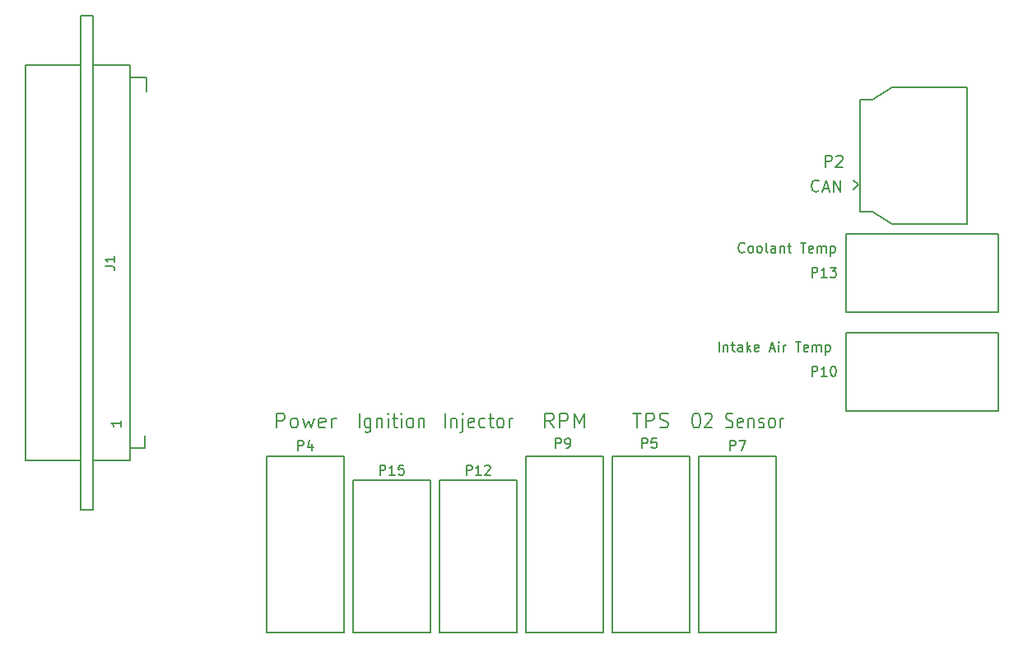
<source format=gto>
G04 #@! TF.FileFunction,Legend,Top*
%FSLAX46Y46*%
G04 Gerber Fmt 4.6, Leading zero omitted, Abs format (unit mm)*
G04 Created by KiCad (PCBNEW 4.0.5+dfsg1-4) date Mon Mar  6 16:22:21 2017*
%MOMM*%
%LPD*%
G01*
G04 APERTURE LIST*
%ADD10C,0.090000*%
%ADD11C,0.150000*%
%ADD12C,0.200000*%
G04 APERTURE END LIST*
D10*
D11*
X175006000Y-35814000D02*
X176657000Y-35814000D01*
X176657000Y-35814000D02*
X176657000Y-37211000D01*
X175006000Y-73914000D02*
X176530000Y-73914000D01*
X176530000Y-73914000D02*
X176530000Y-72644000D01*
X175006000Y-34544000D02*
X175006000Y-75184000D01*
X175006000Y-75184000D02*
X171196000Y-75184000D01*
X171196000Y-75184000D02*
X171196000Y-34544000D01*
X171196000Y-34544000D02*
X175006000Y-34544000D01*
X171196000Y-75184000D02*
X171196000Y-80264000D01*
X171196000Y-80264000D02*
X169926000Y-80264000D01*
X169926000Y-80264000D02*
X169926000Y-29464000D01*
X169926000Y-29464000D02*
X171196000Y-29464000D01*
X171196000Y-29464000D02*
X171196000Y-34544000D01*
X169926000Y-75184000D02*
X164211000Y-75184000D01*
X164211000Y-75184000D02*
X164211000Y-34544000D01*
X164211000Y-34544000D02*
X169926000Y-34544000D01*
X249894340Y-46829986D02*
X249394340Y-46329986D01*
X249394340Y-47329986D02*
X249894340Y-46829986D01*
X253394340Y-50829986D02*
X261144340Y-50829986D01*
X251394340Y-49579986D02*
X253394340Y-50829986D01*
X250094340Y-49579986D02*
X251394340Y-49579986D01*
X250094340Y-38079986D02*
X250094340Y-49579986D01*
X251394340Y-38079986D02*
X250094340Y-38079986D01*
X253394340Y-36829986D02*
X251394340Y-38079986D01*
X261144340Y-36829986D02*
X253394340Y-36829986D01*
X261144340Y-50829986D02*
X261144340Y-36829986D01*
X189050000Y-92860000D02*
X197050000Y-92860000D01*
X189050000Y-74700000D02*
X197050000Y-74700000D01*
X197050000Y-74700000D02*
X197050000Y-92860000D01*
X189050000Y-74700000D02*
X189050000Y-92860000D01*
X233500000Y-92860000D02*
X241500000Y-92860000D01*
X233500000Y-74700000D02*
X241500000Y-74700000D01*
X241500000Y-74700000D02*
X241500000Y-92860000D01*
X233500000Y-74700000D02*
X233500000Y-92860000D01*
X206830000Y-92880000D02*
X214830000Y-92880000D01*
X206830000Y-77230000D02*
X214830000Y-77230000D01*
X214830000Y-77230000D02*
X214830000Y-92880000D01*
X206830000Y-77230000D02*
X206830000Y-92880000D01*
X197930000Y-92880000D02*
X205930000Y-92880000D01*
X197930000Y-77230000D02*
X205930000Y-77230000D01*
X205930000Y-77230000D02*
X205930000Y-92880000D01*
X197930000Y-77230000D02*
X197930000Y-92880000D01*
X224610000Y-92860000D02*
X232610000Y-92860000D01*
X224610000Y-74700000D02*
X232610000Y-74700000D01*
X232610000Y-74700000D02*
X232610000Y-92860000D01*
X224610000Y-74700000D02*
X224610000Y-92860000D01*
X215720000Y-92860000D02*
X223720000Y-92860000D01*
X215720000Y-74700000D02*
X223720000Y-74700000D01*
X223720000Y-74700000D02*
X223720000Y-92860000D01*
X215720000Y-74700000D02*
X215720000Y-92860000D01*
X264330000Y-70040000D02*
X264330000Y-62040000D01*
X248680000Y-70040000D02*
X248680000Y-62040000D01*
X248680000Y-62040000D02*
X264330000Y-62040000D01*
X248680000Y-70040000D02*
X264330000Y-70040000D01*
X264330000Y-59880000D02*
X264330000Y-51880000D01*
X248680000Y-59880000D02*
X248680000Y-51880000D01*
X248680000Y-51880000D02*
X264330000Y-51880000D01*
X248680000Y-59880000D02*
X264330000Y-59880000D01*
X172426381Y-55197333D02*
X173140667Y-55197333D01*
X173283524Y-55244953D01*
X173378762Y-55340191D01*
X173426381Y-55483048D01*
X173426381Y-55578286D01*
X173426381Y-54197333D02*
X173426381Y-54768762D01*
X173426381Y-54483048D02*
X172426381Y-54483048D01*
X172569238Y-54578286D01*
X172664476Y-54673524D01*
X172712095Y-54768762D01*
X174061381Y-71088285D02*
X174061381Y-71659714D01*
X174061381Y-71374000D02*
X173061381Y-71374000D01*
X173204238Y-71469238D01*
X173299476Y-71564476D01*
X173347095Y-71659714D01*
X246510286Y-44992857D02*
X246510286Y-43792857D01*
X246967429Y-43792857D01*
X247081715Y-43850000D01*
X247138858Y-43907143D01*
X247196001Y-44021429D01*
X247196001Y-44192857D01*
X247138858Y-44307143D01*
X247081715Y-44364286D01*
X246967429Y-44421429D01*
X246510286Y-44421429D01*
X247653143Y-43907143D02*
X247710286Y-43850000D01*
X247824572Y-43792857D01*
X248110286Y-43792857D01*
X248224572Y-43850000D01*
X248281715Y-43907143D01*
X248338858Y-44021429D01*
X248338858Y-44135714D01*
X248281715Y-44307143D01*
X247596001Y-44992857D01*
X248338858Y-44992857D01*
X245862572Y-47418571D02*
X245805429Y-47475714D01*
X245634000Y-47532857D01*
X245519714Y-47532857D01*
X245348286Y-47475714D01*
X245234000Y-47361429D01*
X245176857Y-47247143D01*
X245119714Y-47018571D01*
X245119714Y-46847143D01*
X245176857Y-46618571D01*
X245234000Y-46504286D01*
X245348286Y-46390000D01*
X245519714Y-46332857D01*
X245634000Y-46332857D01*
X245805429Y-46390000D01*
X245862572Y-46447143D01*
X246319714Y-47190000D02*
X246891143Y-47190000D01*
X246205429Y-47532857D02*
X246605429Y-46332857D01*
X247005429Y-47532857D01*
X247405428Y-47532857D02*
X247405428Y-46332857D01*
X248091143Y-47532857D01*
X248091143Y-46332857D01*
X192301905Y-74112381D02*
X192301905Y-73112381D01*
X192682858Y-73112381D01*
X192778096Y-73160000D01*
X192825715Y-73207619D01*
X192873334Y-73302857D01*
X192873334Y-73445714D01*
X192825715Y-73540952D01*
X192778096Y-73588571D01*
X192682858Y-73636190D01*
X192301905Y-73636190D01*
X193730477Y-73445714D02*
X193730477Y-74112381D01*
X193492381Y-73064762D02*
X193254286Y-73779048D01*
X193873334Y-73779048D01*
D12*
X190075715Y-71798571D02*
X190075715Y-70298571D01*
X190647143Y-70298571D01*
X190790001Y-70370000D01*
X190861429Y-70441429D01*
X190932858Y-70584286D01*
X190932858Y-70798571D01*
X190861429Y-70941429D01*
X190790001Y-71012857D01*
X190647143Y-71084286D01*
X190075715Y-71084286D01*
X191790001Y-71798571D02*
X191647143Y-71727143D01*
X191575715Y-71655714D01*
X191504286Y-71512857D01*
X191504286Y-71084286D01*
X191575715Y-70941429D01*
X191647143Y-70870000D01*
X191790001Y-70798571D01*
X192004286Y-70798571D01*
X192147143Y-70870000D01*
X192218572Y-70941429D01*
X192290001Y-71084286D01*
X192290001Y-71512857D01*
X192218572Y-71655714D01*
X192147143Y-71727143D01*
X192004286Y-71798571D01*
X191790001Y-71798571D01*
X192790001Y-70798571D02*
X193075715Y-71798571D01*
X193361429Y-71084286D01*
X193647144Y-71798571D01*
X193932858Y-70798571D01*
X195075715Y-71727143D02*
X194932858Y-71798571D01*
X194647144Y-71798571D01*
X194504287Y-71727143D01*
X194432858Y-71584286D01*
X194432858Y-71012857D01*
X194504287Y-70870000D01*
X194647144Y-70798571D01*
X194932858Y-70798571D01*
X195075715Y-70870000D01*
X195147144Y-71012857D01*
X195147144Y-71155714D01*
X194432858Y-71298571D01*
X195790001Y-71798571D02*
X195790001Y-70798571D01*
X195790001Y-71084286D02*
X195861429Y-70941429D01*
X195932858Y-70870000D01*
X196075715Y-70798571D01*
X196218572Y-70798571D01*
D11*
X236751905Y-74112381D02*
X236751905Y-73112381D01*
X237132858Y-73112381D01*
X237228096Y-73160000D01*
X237275715Y-73207619D01*
X237323334Y-73302857D01*
X237323334Y-73445714D01*
X237275715Y-73540952D01*
X237228096Y-73588571D01*
X237132858Y-73636190D01*
X236751905Y-73636190D01*
X237656667Y-73112381D02*
X238323334Y-73112381D01*
X237894762Y-74112381D01*
D12*
X233144762Y-70298571D02*
X233382858Y-70298571D01*
X233501905Y-70370000D01*
X233620953Y-70512857D01*
X233680477Y-70798571D01*
X233680477Y-71298571D01*
X233620953Y-71584286D01*
X233501905Y-71727143D01*
X233382858Y-71798571D01*
X233144762Y-71798571D01*
X233025715Y-71727143D01*
X232906667Y-71584286D01*
X232847143Y-71298571D01*
X232847143Y-70798571D01*
X232906667Y-70512857D01*
X233025715Y-70370000D01*
X233144762Y-70298571D01*
X234156667Y-70441429D02*
X234216191Y-70370000D01*
X234335239Y-70298571D01*
X234632858Y-70298571D01*
X234751905Y-70370000D01*
X234811429Y-70441429D01*
X234870953Y-70584286D01*
X234870953Y-70727143D01*
X234811429Y-70941429D01*
X234097143Y-71798571D01*
X234870953Y-71798571D01*
X236299524Y-71727143D02*
X236478096Y-71798571D01*
X236775715Y-71798571D01*
X236894762Y-71727143D01*
X236954286Y-71655714D01*
X237013810Y-71512857D01*
X237013810Y-71370000D01*
X236954286Y-71227143D01*
X236894762Y-71155714D01*
X236775715Y-71084286D01*
X236537619Y-71012857D01*
X236418572Y-70941429D01*
X236359048Y-70870000D01*
X236299524Y-70727143D01*
X236299524Y-70584286D01*
X236359048Y-70441429D01*
X236418572Y-70370000D01*
X236537619Y-70298571D01*
X236835239Y-70298571D01*
X237013810Y-70370000D01*
X238025715Y-71727143D02*
X237906667Y-71798571D01*
X237668572Y-71798571D01*
X237549524Y-71727143D01*
X237490000Y-71584286D01*
X237490000Y-71012857D01*
X237549524Y-70870000D01*
X237668572Y-70798571D01*
X237906667Y-70798571D01*
X238025715Y-70870000D01*
X238085238Y-71012857D01*
X238085238Y-71155714D01*
X237490000Y-71298571D01*
X238620953Y-70798571D02*
X238620953Y-71798571D01*
X238620953Y-70941429D02*
X238680477Y-70870000D01*
X238799524Y-70798571D01*
X238978096Y-70798571D01*
X239097144Y-70870000D01*
X239156667Y-71012857D01*
X239156667Y-71798571D01*
X239692381Y-71727143D02*
X239811429Y-71798571D01*
X240049524Y-71798571D01*
X240168572Y-71727143D01*
X240228096Y-71584286D01*
X240228096Y-71512857D01*
X240168572Y-71370000D01*
X240049524Y-71298571D01*
X239870953Y-71298571D01*
X239751905Y-71227143D01*
X239692381Y-71084286D01*
X239692381Y-71012857D01*
X239751905Y-70870000D01*
X239870953Y-70798571D01*
X240049524Y-70798571D01*
X240168572Y-70870000D01*
X240942381Y-71798571D02*
X240823334Y-71727143D01*
X240763810Y-71655714D01*
X240704286Y-71512857D01*
X240704286Y-71084286D01*
X240763810Y-70941429D01*
X240823334Y-70870000D01*
X240942381Y-70798571D01*
X241120953Y-70798571D01*
X241240001Y-70870000D01*
X241299524Y-70941429D01*
X241359048Y-71084286D01*
X241359048Y-71512857D01*
X241299524Y-71655714D01*
X241240001Y-71727143D01*
X241120953Y-71798571D01*
X240942381Y-71798571D01*
X241894762Y-71798571D02*
X241894762Y-70798571D01*
X241894762Y-71084286D02*
X241954286Y-70941429D01*
X242013810Y-70870000D01*
X242132857Y-70798571D01*
X242251905Y-70798571D01*
D11*
X209615714Y-76652381D02*
X209615714Y-75652381D01*
X209996667Y-75652381D01*
X210091905Y-75700000D01*
X210139524Y-75747619D01*
X210187143Y-75842857D01*
X210187143Y-75985714D01*
X210139524Y-76080952D01*
X210091905Y-76128571D01*
X209996667Y-76176190D01*
X209615714Y-76176190D01*
X211139524Y-76652381D02*
X210568095Y-76652381D01*
X210853809Y-76652381D02*
X210853809Y-75652381D01*
X210758571Y-75795238D01*
X210663333Y-75890476D01*
X210568095Y-75938095D01*
X211520476Y-75747619D02*
X211568095Y-75700000D01*
X211663333Y-75652381D01*
X211901429Y-75652381D01*
X211996667Y-75700000D01*
X212044286Y-75747619D01*
X212091905Y-75842857D01*
X212091905Y-75938095D01*
X212044286Y-76080952D01*
X211472857Y-76652381D01*
X212091905Y-76652381D01*
D12*
X207446191Y-71798571D02*
X207446191Y-70298571D01*
X208065239Y-70798571D02*
X208065239Y-71798571D01*
X208065239Y-70941429D02*
X208127144Y-70870000D01*
X208250953Y-70798571D01*
X208436667Y-70798571D01*
X208560477Y-70870000D01*
X208622382Y-71012857D01*
X208622382Y-71798571D01*
X209241429Y-70798571D02*
X209241429Y-72084286D01*
X209179524Y-72227143D01*
X209055715Y-72298571D01*
X208993810Y-72298571D01*
X209241429Y-70298571D02*
X209179524Y-70370000D01*
X209241429Y-70441429D01*
X209303334Y-70370000D01*
X209241429Y-70298571D01*
X209241429Y-70441429D01*
X210355715Y-71727143D02*
X210231905Y-71798571D01*
X209984286Y-71798571D01*
X209860477Y-71727143D01*
X209798572Y-71584286D01*
X209798572Y-71012857D01*
X209860477Y-70870000D01*
X209984286Y-70798571D01*
X210231905Y-70798571D01*
X210355715Y-70870000D01*
X210417620Y-71012857D01*
X210417620Y-71155714D01*
X209798572Y-71298571D01*
X211531906Y-71727143D02*
X211408096Y-71798571D01*
X211160477Y-71798571D01*
X211036668Y-71727143D01*
X210974763Y-71655714D01*
X210912858Y-71512857D01*
X210912858Y-71084286D01*
X210974763Y-70941429D01*
X211036668Y-70870000D01*
X211160477Y-70798571D01*
X211408096Y-70798571D01*
X211531906Y-70870000D01*
X211903335Y-70798571D02*
X212398573Y-70798571D01*
X212089049Y-70298571D02*
X212089049Y-71584286D01*
X212150954Y-71727143D01*
X212274763Y-71798571D01*
X212398573Y-71798571D01*
X213017620Y-71798571D02*
X212893811Y-71727143D01*
X212831906Y-71655714D01*
X212770001Y-71512857D01*
X212770001Y-71084286D01*
X212831906Y-70941429D01*
X212893811Y-70870000D01*
X213017620Y-70798571D01*
X213203334Y-70798571D01*
X213327144Y-70870000D01*
X213389049Y-70941429D01*
X213450953Y-71084286D01*
X213450953Y-71512857D01*
X213389049Y-71655714D01*
X213327144Y-71727143D01*
X213203334Y-71798571D01*
X213017620Y-71798571D01*
X214008096Y-71798571D02*
X214008096Y-70798571D01*
X214008096Y-71084286D02*
X214070001Y-70941429D01*
X214131905Y-70870000D01*
X214255715Y-70798571D01*
X214379524Y-70798571D01*
D11*
X200715714Y-76652381D02*
X200715714Y-75652381D01*
X201096667Y-75652381D01*
X201191905Y-75700000D01*
X201239524Y-75747619D01*
X201287143Y-75842857D01*
X201287143Y-75985714D01*
X201239524Y-76080952D01*
X201191905Y-76128571D01*
X201096667Y-76176190D01*
X200715714Y-76176190D01*
X202239524Y-76652381D02*
X201668095Y-76652381D01*
X201953809Y-76652381D02*
X201953809Y-75652381D01*
X201858571Y-75795238D01*
X201763333Y-75890476D01*
X201668095Y-75938095D01*
X203144286Y-75652381D02*
X202668095Y-75652381D01*
X202620476Y-76128571D01*
X202668095Y-76080952D01*
X202763333Y-76033333D01*
X203001429Y-76033333D01*
X203096667Y-76080952D01*
X203144286Y-76128571D01*
X203191905Y-76223810D01*
X203191905Y-76461905D01*
X203144286Y-76557143D01*
X203096667Y-76604762D01*
X203001429Y-76652381D01*
X202763333Y-76652381D01*
X202668095Y-76604762D01*
X202620476Y-76557143D01*
D12*
X198587144Y-71798571D02*
X198587144Y-70298571D01*
X199763335Y-70798571D02*
X199763335Y-72012857D01*
X199701430Y-72155714D01*
X199639525Y-72227143D01*
X199515716Y-72298571D01*
X199330001Y-72298571D01*
X199206192Y-72227143D01*
X199763335Y-71727143D02*
X199639525Y-71798571D01*
X199391906Y-71798571D01*
X199268097Y-71727143D01*
X199206192Y-71655714D01*
X199144287Y-71512857D01*
X199144287Y-71084286D01*
X199206192Y-70941429D01*
X199268097Y-70870000D01*
X199391906Y-70798571D01*
X199639525Y-70798571D01*
X199763335Y-70870000D01*
X200382382Y-70798571D02*
X200382382Y-71798571D01*
X200382382Y-70941429D02*
X200444287Y-70870000D01*
X200568096Y-70798571D01*
X200753810Y-70798571D01*
X200877620Y-70870000D01*
X200939525Y-71012857D01*
X200939525Y-71798571D01*
X201558572Y-71798571D02*
X201558572Y-70798571D01*
X201558572Y-70298571D02*
X201496667Y-70370000D01*
X201558572Y-70441429D01*
X201620477Y-70370000D01*
X201558572Y-70298571D01*
X201558572Y-70441429D01*
X201991906Y-70798571D02*
X202487144Y-70798571D01*
X202177620Y-70298571D02*
X202177620Y-71584286D01*
X202239525Y-71727143D01*
X202363334Y-71798571D01*
X202487144Y-71798571D01*
X202920477Y-71798571D02*
X202920477Y-70798571D01*
X202920477Y-70298571D02*
X202858572Y-70370000D01*
X202920477Y-70441429D01*
X202982382Y-70370000D01*
X202920477Y-70298571D01*
X202920477Y-70441429D01*
X203725239Y-71798571D02*
X203601430Y-71727143D01*
X203539525Y-71655714D01*
X203477620Y-71512857D01*
X203477620Y-71084286D01*
X203539525Y-70941429D01*
X203601430Y-70870000D01*
X203725239Y-70798571D01*
X203910953Y-70798571D01*
X204034763Y-70870000D01*
X204096668Y-70941429D01*
X204158572Y-71084286D01*
X204158572Y-71512857D01*
X204096668Y-71655714D01*
X204034763Y-71727143D01*
X203910953Y-71798571D01*
X203725239Y-71798571D01*
X204715715Y-70798571D02*
X204715715Y-71798571D01*
X204715715Y-70941429D02*
X204777620Y-70870000D01*
X204901429Y-70798571D01*
X205087143Y-70798571D01*
X205210953Y-70870000D01*
X205272858Y-71012857D01*
X205272858Y-71798571D01*
D11*
X227681905Y-73882381D02*
X227681905Y-72882381D01*
X228062858Y-72882381D01*
X228158096Y-72930000D01*
X228205715Y-72977619D01*
X228253334Y-73072857D01*
X228253334Y-73215714D01*
X228205715Y-73310952D01*
X228158096Y-73358571D01*
X228062858Y-73406190D01*
X227681905Y-73406190D01*
X229158096Y-72882381D02*
X228681905Y-72882381D01*
X228634286Y-73358571D01*
X228681905Y-73310952D01*
X228777143Y-73263333D01*
X229015239Y-73263333D01*
X229110477Y-73310952D01*
X229158096Y-73358571D01*
X229205715Y-73453810D01*
X229205715Y-73691905D01*
X229158096Y-73787143D01*
X229110477Y-73834762D01*
X229015239Y-73882381D01*
X228777143Y-73882381D01*
X228681905Y-73834762D01*
X228634286Y-73787143D01*
D12*
X226707143Y-70298571D02*
X227564286Y-70298571D01*
X227135715Y-71798571D02*
X227135715Y-70298571D01*
X228064286Y-71798571D02*
X228064286Y-70298571D01*
X228635714Y-70298571D01*
X228778572Y-70370000D01*
X228850000Y-70441429D01*
X228921429Y-70584286D01*
X228921429Y-70798571D01*
X228850000Y-70941429D01*
X228778572Y-71012857D01*
X228635714Y-71084286D01*
X228064286Y-71084286D01*
X229492857Y-71727143D02*
X229707143Y-71798571D01*
X230064286Y-71798571D01*
X230207143Y-71727143D01*
X230278572Y-71655714D01*
X230350000Y-71512857D01*
X230350000Y-71370000D01*
X230278572Y-71227143D01*
X230207143Y-71155714D01*
X230064286Y-71084286D01*
X229778572Y-71012857D01*
X229635714Y-70941429D01*
X229564286Y-70870000D01*
X229492857Y-70727143D01*
X229492857Y-70584286D01*
X229564286Y-70441429D01*
X229635714Y-70370000D01*
X229778572Y-70298571D01*
X230135714Y-70298571D01*
X230350000Y-70370000D01*
D11*
X218791905Y-73882381D02*
X218791905Y-72882381D01*
X219172858Y-72882381D01*
X219268096Y-72930000D01*
X219315715Y-72977619D01*
X219363334Y-73072857D01*
X219363334Y-73215714D01*
X219315715Y-73310952D01*
X219268096Y-73358571D01*
X219172858Y-73406190D01*
X218791905Y-73406190D01*
X219839524Y-73882381D02*
X220030000Y-73882381D01*
X220125239Y-73834762D01*
X220172858Y-73787143D01*
X220268096Y-73644286D01*
X220315715Y-73453810D01*
X220315715Y-73072857D01*
X220268096Y-72977619D01*
X220220477Y-72930000D01*
X220125239Y-72882381D01*
X219934762Y-72882381D01*
X219839524Y-72930000D01*
X219791905Y-72977619D01*
X219744286Y-73072857D01*
X219744286Y-73310952D01*
X219791905Y-73406190D01*
X219839524Y-73453810D01*
X219934762Y-73501429D01*
X220125239Y-73501429D01*
X220220477Y-73453810D01*
X220268096Y-73406190D01*
X220315715Y-73310952D01*
D12*
X218567143Y-71798571D02*
X218067143Y-71084286D01*
X217710000Y-71798571D02*
X217710000Y-70298571D01*
X218281428Y-70298571D01*
X218424286Y-70370000D01*
X218495714Y-70441429D01*
X218567143Y-70584286D01*
X218567143Y-70798571D01*
X218495714Y-70941429D01*
X218424286Y-71012857D01*
X218281428Y-71084286D01*
X217710000Y-71084286D01*
X219210000Y-71798571D02*
X219210000Y-70298571D01*
X219781428Y-70298571D01*
X219924286Y-70370000D01*
X219995714Y-70441429D01*
X220067143Y-70584286D01*
X220067143Y-70798571D01*
X219995714Y-70941429D01*
X219924286Y-71012857D01*
X219781428Y-71084286D01*
X219210000Y-71084286D01*
X220710000Y-71798571D02*
X220710000Y-70298571D01*
X221210000Y-71370000D01*
X221710000Y-70298571D01*
X221710000Y-71798571D01*
D11*
X245165714Y-66492381D02*
X245165714Y-65492381D01*
X245546667Y-65492381D01*
X245641905Y-65540000D01*
X245689524Y-65587619D01*
X245737143Y-65682857D01*
X245737143Y-65825714D01*
X245689524Y-65920952D01*
X245641905Y-65968571D01*
X245546667Y-66016190D01*
X245165714Y-66016190D01*
X246689524Y-66492381D02*
X246118095Y-66492381D01*
X246403809Y-66492381D02*
X246403809Y-65492381D01*
X246308571Y-65635238D01*
X246213333Y-65730476D01*
X246118095Y-65778095D01*
X247308571Y-65492381D02*
X247403810Y-65492381D01*
X247499048Y-65540000D01*
X247546667Y-65587619D01*
X247594286Y-65682857D01*
X247641905Y-65873333D01*
X247641905Y-66111429D01*
X247594286Y-66301905D01*
X247546667Y-66397143D01*
X247499048Y-66444762D01*
X247403810Y-66492381D01*
X247308571Y-66492381D01*
X247213333Y-66444762D01*
X247165714Y-66397143D01*
X247118095Y-66301905D01*
X247070476Y-66111429D01*
X247070476Y-65873333D01*
X247118095Y-65682857D01*
X247165714Y-65587619D01*
X247213333Y-65540000D01*
X247308571Y-65492381D01*
X235609523Y-63952381D02*
X235609523Y-62952381D01*
X236085713Y-63285714D02*
X236085713Y-63952381D01*
X236085713Y-63380952D02*
X236133332Y-63333333D01*
X236228570Y-63285714D01*
X236371428Y-63285714D01*
X236466666Y-63333333D01*
X236514285Y-63428571D01*
X236514285Y-63952381D01*
X236847618Y-63285714D02*
X237228570Y-63285714D01*
X236990475Y-62952381D02*
X236990475Y-63809524D01*
X237038094Y-63904762D01*
X237133332Y-63952381D01*
X237228570Y-63952381D01*
X237990476Y-63952381D02*
X237990476Y-63428571D01*
X237942857Y-63333333D01*
X237847619Y-63285714D01*
X237657142Y-63285714D01*
X237561904Y-63333333D01*
X237990476Y-63904762D02*
X237895238Y-63952381D01*
X237657142Y-63952381D01*
X237561904Y-63904762D01*
X237514285Y-63809524D01*
X237514285Y-63714286D01*
X237561904Y-63619048D01*
X237657142Y-63571429D01*
X237895238Y-63571429D01*
X237990476Y-63523810D01*
X238466666Y-63952381D02*
X238466666Y-62952381D01*
X238561904Y-63571429D02*
X238847619Y-63952381D01*
X238847619Y-63285714D02*
X238466666Y-63666667D01*
X239657143Y-63904762D02*
X239561905Y-63952381D01*
X239371428Y-63952381D01*
X239276190Y-63904762D01*
X239228571Y-63809524D01*
X239228571Y-63428571D01*
X239276190Y-63333333D01*
X239371428Y-63285714D01*
X239561905Y-63285714D01*
X239657143Y-63333333D01*
X239704762Y-63428571D01*
X239704762Y-63523810D01*
X239228571Y-63619048D01*
X240847619Y-63666667D02*
X241323810Y-63666667D01*
X240752381Y-63952381D02*
X241085714Y-62952381D01*
X241419048Y-63952381D01*
X241752381Y-63952381D02*
X241752381Y-63285714D01*
X241752381Y-62952381D02*
X241704762Y-63000000D01*
X241752381Y-63047619D01*
X241800000Y-63000000D01*
X241752381Y-62952381D01*
X241752381Y-63047619D01*
X242228571Y-63952381D02*
X242228571Y-63285714D01*
X242228571Y-63476190D02*
X242276190Y-63380952D01*
X242323809Y-63333333D01*
X242419047Y-63285714D01*
X242514286Y-63285714D01*
X243466667Y-62952381D02*
X244038096Y-62952381D01*
X243752381Y-63952381D02*
X243752381Y-62952381D01*
X244752382Y-63904762D02*
X244657144Y-63952381D01*
X244466667Y-63952381D01*
X244371429Y-63904762D01*
X244323810Y-63809524D01*
X244323810Y-63428571D01*
X244371429Y-63333333D01*
X244466667Y-63285714D01*
X244657144Y-63285714D01*
X244752382Y-63333333D01*
X244800001Y-63428571D01*
X244800001Y-63523810D01*
X244323810Y-63619048D01*
X245228572Y-63952381D02*
X245228572Y-63285714D01*
X245228572Y-63380952D02*
X245276191Y-63333333D01*
X245371429Y-63285714D01*
X245514287Y-63285714D01*
X245609525Y-63333333D01*
X245657144Y-63428571D01*
X245657144Y-63952381D01*
X245657144Y-63428571D02*
X245704763Y-63333333D01*
X245800001Y-63285714D01*
X245942858Y-63285714D01*
X246038096Y-63333333D01*
X246085715Y-63428571D01*
X246085715Y-63952381D01*
X246561905Y-63285714D02*
X246561905Y-64285714D01*
X246561905Y-63333333D02*
X246657143Y-63285714D01*
X246847620Y-63285714D01*
X246942858Y-63333333D01*
X246990477Y-63380952D01*
X247038096Y-63476190D01*
X247038096Y-63761905D01*
X246990477Y-63857143D01*
X246942858Y-63904762D01*
X246847620Y-63952381D01*
X246657143Y-63952381D01*
X246561905Y-63904762D01*
X245165714Y-56332381D02*
X245165714Y-55332381D01*
X245546667Y-55332381D01*
X245641905Y-55380000D01*
X245689524Y-55427619D01*
X245737143Y-55522857D01*
X245737143Y-55665714D01*
X245689524Y-55760952D01*
X245641905Y-55808571D01*
X245546667Y-55856190D01*
X245165714Y-55856190D01*
X246689524Y-56332381D02*
X246118095Y-56332381D01*
X246403809Y-56332381D02*
X246403809Y-55332381D01*
X246308571Y-55475238D01*
X246213333Y-55570476D01*
X246118095Y-55618095D01*
X247022857Y-55332381D02*
X247641905Y-55332381D01*
X247308571Y-55713333D01*
X247451429Y-55713333D01*
X247546667Y-55760952D01*
X247594286Y-55808571D01*
X247641905Y-55903810D01*
X247641905Y-56141905D01*
X247594286Y-56237143D01*
X247546667Y-56284762D01*
X247451429Y-56332381D01*
X247165714Y-56332381D01*
X247070476Y-56284762D01*
X247022857Y-56237143D01*
X238212857Y-53697143D02*
X238165238Y-53744762D01*
X238022381Y-53792381D01*
X237927143Y-53792381D01*
X237784285Y-53744762D01*
X237689047Y-53649524D01*
X237641428Y-53554286D01*
X237593809Y-53363810D01*
X237593809Y-53220952D01*
X237641428Y-53030476D01*
X237689047Y-52935238D01*
X237784285Y-52840000D01*
X237927143Y-52792381D01*
X238022381Y-52792381D01*
X238165238Y-52840000D01*
X238212857Y-52887619D01*
X238784285Y-53792381D02*
X238689047Y-53744762D01*
X238641428Y-53697143D01*
X238593809Y-53601905D01*
X238593809Y-53316190D01*
X238641428Y-53220952D01*
X238689047Y-53173333D01*
X238784285Y-53125714D01*
X238927143Y-53125714D01*
X239022381Y-53173333D01*
X239070000Y-53220952D01*
X239117619Y-53316190D01*
X239117619Y-53601905D01*
X239070000Y-53697143D01*
X239022381Y-53744762D01*
X238927143Y-53792381D01*
X238784285Y-53792381D01*
X239689047Y-53792381D02*
X239593809Y-53744762D01*
X239546190Y-53697143D01*
X239498571Y-53601905D01*
X239498571Y-53316190D01*
X239546190Y-53220952D01*
X239593809Y-53173333D01*
X239689047Y-53125714D01*
X239831905Y-53125714D01*
X239927143Y-53173333D01*
X239974762Y-53220952D01*
X240022381Y-53316190D01*
X240022381Y-53601905D01*
X239974762Y-53697143D01*
X239927143Y-53744762D01*
X239831905Y-53792381D01*
X239689047Y-53792381D01*
X240593809Y-53792381D02*
X240498571Y-53744762D01*
X240450952Y-53649524D01*
X240450952Y-52792381D01*
X241403334Y-53792381D02*
X241403334Y-53268571D01*
X241355715Y-53173333D01*
X241260477Y-53125714D01*
X241070000Y-53125714D01*
X240974762Y-53173333D01*
X241403334Y-53744762D02*
X241308096Y-53792381D01*
X241070000Y-53792381D01*
X240974762Y-53744762D01*
X240927143Y-53649524D01*
X240927143Y-53554286D01*
X240974762Y-53459048D01*
X241070000Y-53411429D01*
X241308096Y-53411429D01*
X241403334Y-53363810D01*
X241879524Y-53125714D02*
X241879524Y-53792381D01*
X241879524Y-53220952D02*
X241927143Y-53173333D01*
X242022381Y-53125714D01*
X242165239Y-53125714D01*
X242260477Y-53173333D01*
X242308096Y-53268571D01*
X242308096Y-53792381D01*
X242641429Y-53125714D02*
X243022381Y-53125714D01*
X242784286Y-52792381D02*
X242784286Y-53649524D01*
X242831905Y-53744762D01*
X242927143Y-53792381D01*
X243022381Y-53792381D01*
X243974763Y-52792381D02*
X244546192Y-52792381D01*
X244260477Y-53792381D02*
X244260477Y-52792381D01*
X245260478Y-53744762D02*
X245165240Y-53792381D01*
X244974763Y-53792381D01*
X244879525Y-53744762D01*
X244831906Y-53649524D01*
X244831906Y-53268571D01*
X244879525Y-53173333D01*
X244974763Y-53125714D01*
X245165240Y-53125714D01*
X245260478Y-53173333D01*
X245308097Y-53268571D01*
X245308097Y-53363810D01*
X244831906Y-53459048D01*
X245736668Y-53792381D02*
X245736668Y-53125714D01*
X245736668Y-53220952D02*
X245784287Y-53173333D01*
X245879525Y-53125714D01*
X246022383Y-53125714D01*
X246117621Y-53173333D01*
X246165240Y-53268571D01*
X246165240Y-53792381D01*
X246165240Y-53268571D02*
X246212859Y-53173333D01*
X246308097Y-53125714D01*
X246450954Y-53125714D01*
X246546192Y-53173333D01*
X246593811Y-53268571D01*
X246593811Y-53792381D01*
X247070001Y-53125714D02*
X247070001Y-54125714D01*
X247070001Y-53173333D02*
X247165239Y-53125714D01*
X247355716Y-53125714D01*
X247450954Y-53173333D01*
X247498573Y-53220952D01*
X247546192Y-53316190D01*
X247546192Y-53601905D01*
X247498573Y-53697143D01*
X247450954Y-53744762D01*
X247355716Y-53792381D01*
X247165239Y-53792381D01*
X247070001Y-53744762D01*
M02*

</source>
